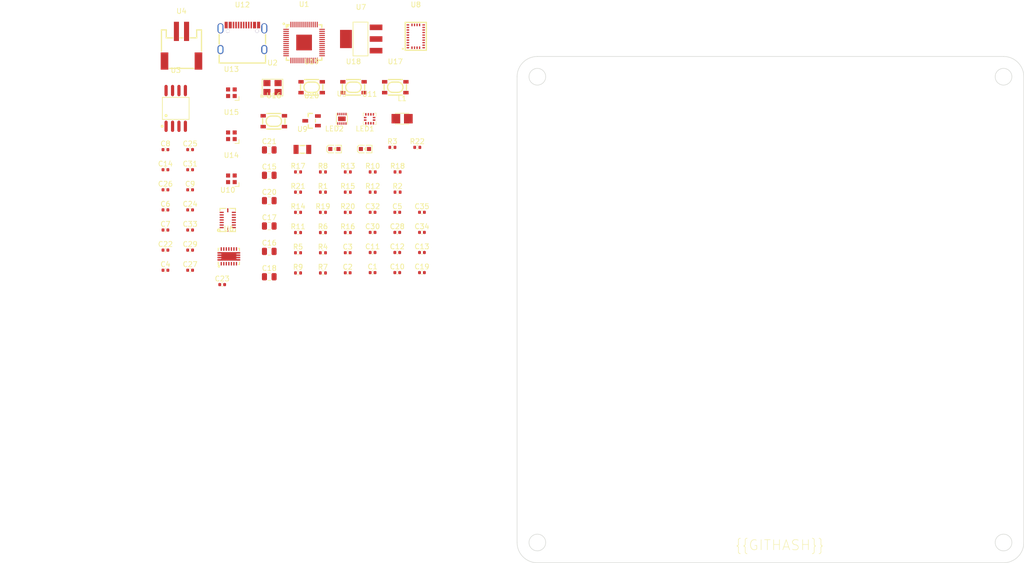
<source format=kicad_pcb>
(kicad_pcb (version 20221018) (generator pcbnew)
  (layers (0 "F.Cu" signal) (31 "B.Cu" signal) (34 "B.Paste" user) (35 "F.Paste" user) (36 "B.SilkS" user "B.Silkscreen") (37 "F.SilkS" user "F.Silkscreen") (38 "B.Mask" user) (39 "F.Mask" user) (44 "Edge.Cuts" user))
  (net 0 "")
  (net 1 "cs")
  (net 2 "io1")
  (net 3 "io2")
  (net 4 "gnd")
  (net 5 "vcc")
  (net 6 "io3")
  (net 7 "sck")
  (net 8 "io0")
  (net 9 "xout")
  (net 10 "out")
  (net 11 "usb_dp")
  (net 12 "dp")
  (net 13 "dm")
  (net 14 "usb_dm")
  (net 15 "run")
  (net 16 "com3")
  (net 17 "ps0")
  (net 18 "ps1")
  (net 19 "xin")
  (net 20 "vina")
  (net 21 "vcc-10")
  (net 22 "vcc-11")
  (net 23 "vcc-15")
  (net 24 "tx")
  (net 25 "rx")
  (net 26 "gpio6")
  (net 27 "gpio7")
  (net 28 "miso")
  (net 29 "gpio9")
  (net 30 "sck-1")
  (net 31 "mosi")
  (net 32 "gpio12")
  (net 33 "gpio13")
  (net 34 "gpio14")
  (net 35 "gpio15")
  (net 36 "vcc-1")
  (net 37 "swclk")
  (net 38 "swdio")
  (net 39 "gpio16")
  (net 40 "gpio17")
  (net 41 "gpio18")
  (net 42 "gpio19")
  (net 43 "sda")
  (net 44 "scl")
  (net 45 "gpio22")
  (net 46 "gpio23")
  (net 47 "gpio24")
  (net 48 "gpio25")
  (net 49 "gpio26_a0")
  (net 50 "gpio27_a1")
  (net 51 "gpio28_a2")
  (net 52 "gpio29_a3")
  (net 53 "pin1")
  (net 54 "pin7")
  (net 55 "pin8")
  (net 56 "cap")
  (net 57 "nreset")
  (net 58 "pin12")
  (net 59 "pin13")
  (net 60 "int")
  (net 61 "pin21")
  (net 62 "pin22")
  (net 63 "pin23")
  (net 64 "pin24")
  (net 65 "xout32")
  (net 66 "xin32")
  (net 67 "out-1")
  (net 68 "vcc-4")
  (net 69 "vcc-3")
  (net 70 "pg")
  (net 71 "l2")
  (net 72 "l1")
  (net 73 "vcc-16")
  (net 74 "vcc-2")
  (net 75 "iset")
  (net 76 "preterm")
  (net 77 "gnd-6")
  (net 78 "ts")
  (net 79 "gnd-5")
  (net 80 "nc")
  (net 81 "sub2")
  (net 82 "cathode")
  (net 83 "cathode-1")
  (net 84 "cc1")
  (net 85 "vcc-17")
  (net 86 "vcc-18")
  (net 87 "cc2")
  (net 88 "sub1")
  (net 89 "miso-1")
  (net 90 "vcc-5")
  (net 91 "vcc-14")
  (net 92 "vcc-6")
  (net 93 "vcc-13")
  (net 94 "vcc-7")
  (net 95 "vcc-12")
  (net 96 "int1")
  (net 97 "sdo2")
  (net 98 "csb1")
  (net 99 "int4")
  (net 100 "int3")
  (net 101 "csb2")
  (net 102 "int2")
  (net 103 "drdy")
  (net 104 "c1")
  (footprint "lib:R0402" (layer "F.Cu") (at 73.62 78.09)
    (fp_text reference "R12" (at 0 -1.17) (layer "F.SilkS"))
    (fp_text value "62.5mW Thick Film Resistors ±100ppm/℃ ±1% 10kΩ 0402  Chip Resistor - Surface Mount ROHS")
    (pad "1" smd roundrect (at -0.51 0) (size 0.54 0.64) (layers "F.Cu" "F.Paste" "F.Mask") (net 16 "com3"))
    (pad "2" smd roundrect (at 0.51 0) (size 0.54 0.64) (layers "F.Cu" "F.Paste" "F.Mask") (net 4 "gnd"))
  )
  (footprint "lib:R0402" (layer "F.Cu") (at 63.8 78.09)
    (fp_text reference "R1" (at 0 -1.17) (layer "F.SilkS"))
    (fp_text value "62.5mW Thick Film Resistors ±100ppm/℃ ±1% 1kΩ 0402  Chip Resistor - Surface Mount ROHS")
    (pad "1" smd roundrect (at -0.51 0) (size 0.54 0.64) (layers "F.Cu" "F.Paste" "F.Mask") (net 9 "xout"))
    (pad "2" smd roundrect (at 0.51 0) (size 0.54 0.64) (layers "F.Cu" "F.Paste" "F.Mask") (net 10 "out"))
  )
  (footprint "lib:USB-C-SMD_KH-TYPE-C-16P" (layer "F.Cu") (at 47.905 47.505)
    (fp_text reference "U12" (at 0 -6.42) (layer "F.SilkS"))
    (fp_text value "")
    (pad "" thru_hole circle (at -2.89 -1.23) (size 0.7 0.7) (drill 0.7) (layers "*.Cu" "*.Mask"))
    (pad "" thru_hole circle (at 2.89 -1.23) (size 0.7 0.7) (drill 0.7) (layers "*.Cu" "*.Mask"))
    (pad "1" thru_hole oval (at -4.32 -1.77) (size 1.2 2) (drill oval 0.700024 1.699997) (layers "*.Cu" "*.Mask") (net 4 "gnd"))
    (pad "2" thru_hole oval (at 4.32 -1.77) (size 1.2 2) (drill oval 0.700024 1.699997) (layers "*.Cu" "*.Mask") (net 4 "gnd"))
    (pad "3" thru_hole oval (at -4.32 2.42) (size 1.2 1.8) (drill oval 0.700024 1.399997) (layers "*.Cu" "*.Mask") (net 4 "gnd"))
    (pad "4" thru_hole oval (at 4.32 2.42) (size 1.2 1.8) (drill oval 0.700024 1.399997) (layers "*.Cu" "*.Mask") (net 4 "gnd"))
    (pad "A1" smd rect (at -3.35 -2.42) (size 0.3 1.3) (layers "F.Cu" "F.Paste" "F.Mask") (net 4 "gnd"))
    (pad "A4" smd rect (at -2.55 -2.42) (size 0.3 1.3) (layers "F.Cu" "F.Paste" "F.Mask") (net 92 "vcc-6"))
    (pad "A5" smd rect (at -1.25 -2.42) (size 0.3 1.3) (layers "F.Cu" "F.Paste" "F.Mask") (net 84 "cc1"))
    (pad "A6" smd rect (at -0.25 -2.42) (size 0.3 1.3) (layers "F.Cu" "F.Paste" "F.Mask") (net 12 "dp"))
    (pad "A7" smd rect (at 0.25 -2.42) (size 0.3 1.3) (layers "F.Cu" "F.Paste" "F.Mask") (net 13 "dm"))
    (pad "A8" smd rect (at 1.25 -2.42) (size 0.3 1.3) (layers "F.Cu" "F.Paste" "F.Mask") (net 88 "sub1"))
    (pad "A9" smd rect (at 2.55 -2.41) (size 0.3 1.3) (layers "F.Cu" "F.Paste" "F.Mask") (net 92 "vcc-6"))
    (pad "A12" smd rect (at 3.35 -2.42) (size 0.3 1.3) (layers "F.Cu" "F.Paste" "F.Mask") (net 4 "gnd"))
    (pad "B1" smd rect (at 3.05 -2.42) (size 0.3 1.3) (layers "F.Cu" "F.Paste" "F.Mask") (net 4 "gnd"))
    (pad "B4" smd rect (at 2.25 -2.41) (size 0.3 1.3) (layers "F.Cu" "F.Paste" "F.Mask") (net 92 "vcc-6"))
    (pad "B5" smd rect (at 1.75 -2.42) (size 0.3 1.3) (layers "F.Cu" "F.Paste" "F.Mask") (net 87 "cc2"))
    (pad "B6" smd rect (at 0.75 -2.42) (size 0.3 1.3) (layers "F.Cu" "F.Paste" "F.Mask") (net 12 "dp"))
    (pad "B7" smd rect (at -0.75 -2.42) (size 0.3 1.3) (layers "F.Cu" "F.Paste" "F.Mask") (net 13 "dm"))
    (pad "B8" smd rect (at -1.75 -2.42) (size 0.3 1.3) (layers "F.Cu" "F.Paste" "F.Mask") (net 81 "sub2"))
    (pad "B9" smd rect (at -2.25 -2.42) (size 0.3 1.3) (layers "F.Cu" "F.Paste" "F.Mask") (net 92 "vcc-6"))
    (pad "B12" smd rect (at -3.05 -2.42) (size 0.3 1.3) (layers "F.Cu" "F.Paste" "F.Mask") (net 4 "gnd"))
  )
  (footprint "lib:C0402" (layer "F.Cu") (at 32.72 69.69)
    (fp_text reference "C8" (at 0 -1.16) (layer "F.SilkS"))
    (fp_text value "25V 1uF X5R ±10% 0402  Multilayer Ceramic Capacitors MLCC - SMD/SMT ROHS")
    (pad "1" smd roundrect (at -0.48 0) (size 0.56 0.62) (layers "F.Cu" "F.Paste" "F.Mask") (net 5 "vcc"))
    (pad "2" smd roundrect (at 0.48 0) (size 0.56 0.62) (layers "F.Cu" "F.Paste" "F.Mask") (net 4 "gnd"))
  )
  (footprint "lib:C0402" (layer "F.Cu") (at 32.72 77.63)
    (fp_text reference "C26" (at 0 -1.16) (layer "F.SilkS"))
    (fp_text value "50V 22pF C0G ±5% 0402  Multilayer Ceramic Capacitors MLCC - SMD/SMT ROHS")
    (pad "1" smd roundrect (at -0.48 0) (size 0.56 0.62) (layers "F.Cu" "F.Paste" "F.Mask") (net 65 "xout32"))
    (pad "2" smd roundrect (at 0.48 0) (size 0.56 0.62) (layers "F.Cu" "F.Paste" "F.Mask") (net 4 "gnd"))
  )
  (footprint "lib:C0402" (layer "F.Cu") (at 32.72 85.57)
    (fp_text reference "C7" (at 0 -1.16) (layer "F.SilkS"))
    (fp_text value "16V 100nF X7R ±10% 0402  Multilayer Ceramic Capacitors MLCC - SMD/SMT ROHS")
    (pad "1" smd roundrect (at -0.48 0) (size 0.56 0.62) (layers "F.Cu" "F.Paste" "F.Mask") (net 5 "vcc"))
    (pad "2" smd roundrect (at 0.48 0) (size 0.56 0.62) (layers "F.Cu" "F.Paste" "F.Mask") (net 4 "gnd"))
  )
  (footprint "lib:LGA-12_L2.0-W2.0-P0.50-BL" (layer "F.Cu") (at 73.015 63.605)
    (fp_text reference "U11" (at 0 -4.88) (layer "F.SilkS"))
    (fp_text value "")
    (pad "1" smd rect (at -0.75 0.88) (size 0.28 0.5) (layers "F.Cu" "F.Paste" "F.Mask") (net 44 "scl"))
    (pad "2" smd rect (at -0.25 0.88) (size 0.28 0.5) (layers "F.Cu" "F.Paste" "F.Mask") (net 4 "gnd"))
    (pad "3" smd rect (at 0.25 0.88) (size 0.28 0.5) (layers "F.Cu" "F.Paste" "F.Mask") (net 4 "gnd"))
    (pad "4" smd rect (at 0.75 0.88) (size 0.28 0.5) (layers "F.Cu" "F.Paste" "F.Mask") (net 104 "c1"))
    (pad "5" smd rect (at 0.88 0.25) (size 0.5 0.28) (layers "F.Cu" "F.Paste" "F.Mask") (net 5 "vcc"))
    (pad "6" smd rect (at 0.88 -0.25) (size 0.5 0.28) (layers "F.Cu" "F.Paste" "F.Mask") (net 5 "vcc"))
    (pad "7" smd rect (at 0.75 -0.88) (size 0.28 0.5) (layers "F.Cu" "F.Paste" "F.Mask") (net 60 "int"))
    (pad "8" smd rect (at 0.25 -0.88) (size 0.28 0.5) (layers "F.Cu" "F.Paste" "F.Mask") (net 103 "drdy"))
    (pad "9" smd rect (at -0.25 -0.88) (size 0.28 0.5) (layers "F.Cu" "F.Paste" "F.Mask") (net 89 "miso-1"))
    (pad "10" smd rect (at -0.75 -0.88) (size 0.28 0.5) (layers "F.Cu" "F.Paste" "F.Mask") (net 5 "vcc"))
    (pad "11" smd rect (at -0.88 -0.25) (size 0.5 0.28) (layers "F.Cu" "F.Paste" "F.Mask") (net 43 "sda"))
    (pad "12" smd rect (at -0.88 0.25) (size 0.5 0.28) (layers "F.Cu" "F.Paste" "F.Mask") (net 4 "gnd"))
  )
  (footprint "lib:FC-135R_L3.2-W1.5" (layer "F.Cu") (at 59.745 69.645)
    (fp_text reference "U9" (at 0 -4) (layer "F.SilkS"))
    (fp_text value "")
    (pad "1" smd rect (at -1.25 0 90) (size 1.8 1) (layers "F.Cu" "F.Paste" "F.Mask") (net 66 "xin32"))
    (pad "2" smd rect (at 1.25 0 90) (size 1.8 1) (layers "F.Cu" "F.Paste" "F.Mask") (net 65 "xout32"))
  )
  (footprint "lib:SOIC-8_L5.3-W5.3-P1.27-LS8.0-BL" (layer "F.Cu") (at 34.755 61.55)
    (fp_text reference "U3" (at 0 -7.53) (layer "F.SilkS"))
    (fp_text value "")
    (pad "1" smd oval (at -1.91 3.53) (size 0.63 2.25) (layers "F.Cu" "F.Paste" "F.Mask") (net 1 "cs"))
    (pad "2" smd oval (at -0.63 3.53) (size 0.63 2.25) (layers "F.Cu" "F.Paste" "F.Mask") (net 2 "io1"))
    (pad "3" smd oval (at 0.63 3.53) (size 0.63 2.25) (layers "F.Cu" "F.Paste" "F.Mask") (net 3 "io2"))
    (pad "4" smd oval (at 1.9 3.53) (size 0.63 2.25) (layers "F.Cu" "F.Paste" "F.Mask") (net 4 "gnd"))
    (pad "5" smd oval (at 1.9 -3.53) (size 0.63 2.25) (layers "F.Cu" "F.Paste" "F.Mask") (net 8 "io0"))
    (pad "6" smd oval (at 0.63 -3.53) (size 0.63 2.25) (layers "F.Cu" "F.Paste" "F.Mask") (net 7 "sck"))
    (pad "7" smd oval (at -0.63 -3.53) (size 0.63 2.25) (layers "F.Cu" "F.Paste" "F.Mask") (net 6 "io3"))
    (pad "8" smd oval (at -1.91 -3.53) (size 0.63 2.25) (layers "F.Cu" "F.Paste" "F.Mask") (net 5 "vcc"))
  )
  (footprint "lib:R0402" (layer "F.Cu") (at 58.89 94.05)
    (fp_text reference "R9" (at 0 -1.17) (layer "F.SilkS"))
    (fp_text value "62.5mW Thick Film Resistors ±100ppm/℃ ±1% 1MΩ 0402  Chip Resistor - Surface Mount ROHS")
    (pad "1" smd roundrect (at -0.51 0) (size 0.54 0.64) (layers "F.Cu" "F.Paste" "F.Mask") (net 21 "vcc-10"))
    (pad "2" smd roundrect (at 0.51 0) (size 0.54 0.64) (layers "F.Cu" "F.Paste" "F.Mask") (net 67 "out-1"))
  )
  (footprint "lib:C0402" (layer "F.Cu") (at 37.59 73.66)
    (fp_text reference "C31" (at 0 -1.16) (layer "F.SilkS"))
    (fp_text value "16V 100nF X7R ±10% 0402  Multilayer Ceramic Capacitors MLCC - SMD/SMT ROHS")
    (pad "1" smd roundrect (at -0.48 0) (size 0.56 0.62) (layers "F.Cu" "F.Paste" "F.Mask") (net 5 "vcc"))
    (pad "2" smd roundrect (at 0.48 0) (size 0.56 0.62) (layers "F.Cu" "F.Paste" "F.Mask") (net 4 "gnd"))
  )
  (footprint "lib:C0402" (layer "F.Cu") (at 73.6 86.04)
    (fp_text reference "C30" (at 0 -1.16) (layer "F.SilkS"))
    (fp_text value "25V 1uF X5R ±10% 0402  Multilayer Ceramic Capacitors MLCC - SMD/SMT ROHS")
    (pad "1" smd roundrect (at -0.48 0) (size 0.56 0.62) (layers "F.Cu" "F.Paste" "F.Mask") (net 5 "vcc"))
    (pad "2" smd roundrect (at 0.48 0) (size 0.56 0.62) (layers "F.Cu" "F.Paste" "F.Mask") (net 4 "gnd"))
  )
  (footprint "lib:C0402" (layer "F.Cu") (at 78.47 93.98)
    (fp_text reference "C10" (at 0 -1.16) (layer "F.SilkS"))
    (fp_text value "16V 100nF X7R ±10% 0402  Multilayer Ceramic Capacitors MLCC - SMD/SMT ROHS")
    (pad "1" smd roundrect (at -0.48 0) (size 0.56 0.62) (layers "F.Cu" "F.Paste" "F.Mask") (net 90 "vcc-5"))
    (pad "2" smd roundrect (at 0.48 0) (size 0.56 0.62) (layers "F.Cu" "F.Paste" "F.Mask") (net 4 "gnd"))
  )
  (footprint "lib:LED0603-RD" (layer "F.Cu") (at 66.06 69.57)
    (fp_text reference "LED2" (at 0 -4) (layer "F.SilkS"))
    (fp_text value "")
    (pad "1" smd rect (at -0.8 0 90) (size 0.8 0.8) (layers "F.Cu" "F.Paste" "F.Mask") (net 83 "cathode-1"))
    (pad "2" smd rect (at 0.8 0 90) (size 0.8 0.8) (layers "F.Cu" "F.Paste" "F.Mask") (net 94 "vcc-7"))
  )
  (footprint "lib:KEY-SMD_4P-L4.2-W3.2-P2.20-LS4.6" (layer "F.Cu") (at 69.83 57.365)
    (fp_text reference "U18" (at 0 -5.07) (layer "F.SilkS"))
    (fp_text value "")
    (pad "1" smd rect (at -2.1 -1.07) (size 1.05 0.7) (layers "F.Cu" "F.Paste" "F.Mask") (net 68 "vcc-4"))
    (pad "2" smd rect (at 2.1 -1.07) (size 1.05 0.7) (layers "F.Cu" "F.Paste" "F.Mask") (net 68 "vcc-4"))
    (pad "3" smd rect (at -2.1 1.07) (size 1.05 0.7) (layers "F.Cu" "F.Paste" "F.Mask") (net 4 "gnd"))
    (pad "4" smd rect (at 2.1 1.07) (size 1.05 0.7) (layers "F.Cu" "F.Paste" "F.Mask") (net 4 "gnd"))
  )
  (footprint "lib:C0402" (layer "F.Cu") (at 83.34 93.98)
    (fp_text reference "C19" (at 0 -1.16) (layer "F.SilkS"))
    (fp_text value "16V 100nF X7R ±10% 0402  Multilayer Ceramic Capacitors MLCC - SMD/SMT ROHS")
    (pad "1" smd roundrect (at -0.48 0) (size 0.56 0.62) (layers "F.Cu" "F.Paste" "F.Mask") (net 20 "vina"))
    (pad "2" smd roundrect (at 0.48 0) (size 0.56 0.62) (layers "F.Cu" "F.Paste" "F.Mask") (net 4 "gnd"))
  )
  (footprint "lib:LED-SMD_4P-L2.0-W2.0-BR" (layer "F.Cu") (at 45.735 58.455)
    (fp_text reference "U13" (at 0 -4.65) (layer "F.SilkS"))
    (fp_text value "")
    (pad "1" smd rect (at 0.65 0.65) (size 0.8 0.8) (layers "F.Cu" "F.Paste" "F.Mask") (net 5 "vcc"))
    (pad "2" smd rect (at 0.65 -0.65) (size 0.8 0.8) (layers "F.Cu" "F.Paste" "F.Mask") (net 95 "vcc-12"))
    (pad "3" smd rect (at -0.65 -0.65) (size 0.8 0.8) (layers "F.Cu" "F.Paste" "F.Mask") (net 4 "gnd"))
    (pad "4" smd rect (at -0.65 0.65) (size 0.8 0.8) (layers "F.Cu" "F.Paste" "F.Mask") (net 25 "rx"))
  )
  (footprint "lib:R0402" (layer "F.Cu") (at 63.8 86.07)
    (fp_text reference "R6" (at 0 -1.17) (layer "F.SilkS"))
    (fp_text value "62.5mW Thick Film Resistors ±100ppm/℃ ±1% 510Ω 0402  Chip Resistor - Surface Mount ROHS")
    (pad "1" smd roundrect (at -0.51 0) (size 0.54 0.64) (layers "F.Cu" "F.Paste" "F.Mask") (net 75 "iset"))
    (pad "2" smd roundrect (at 0.51 0) (size 0.54 0.64) (layers "F.Cu" "F.Paste" "F.Mask") (net 4 "gnd"))
  )
  (footprint "lib:C0402" (layer "F.Cu") (at 73.6 82.07)
    (fp_text reference "C32" (at 0 -1.16) (layer "F.SilkS"))
    (fp_text value "16V 100nF X7R ±10% 0402  Multilayer Ceramic Capacitors MLCC - SMD/SMT ROHS")
    (pad "1" smd roundrect (at -0.48 0) (size 0.56 0.62) (layers "F.Cu" "F.Paste" "F.Mask") (net 5 "vcc"))
    (pad "2" smd roundrect (at 0.48 0) (size 0.56 0.62) (layers "F.Cu" "F.Paste" "F.Mask") (net 4 "gnd"))
  )
  (footprint "lib:C0402" (layer "F.Cu") (at 32.72 89.54)
    (fp_text reference "C22" (at 0 -1.16) (layer "F.SilkS"))
    (fp_text value "16V 100nF X7R ±10% 0402  Multilayer Ceramic Capacitors MLCC - SMD/SMT ROHS")
    (pad "1" smd roundrect (at -0.48 0) (size 0.56 0.62) (layers "F.Cu" "F.Paste" "F.Mask") (net 5 "vcc"))
    (pad "2" smd roundrect (at 0.48 0) (size 0.56 0.62) (layers "F.Cu" "F.Paste" "F.Mask") (net 4 "gnd"))
  )
  (footprint "lib:SOT-23-3_L2.9-W1.3-P1.90-LS2.4-BR-CW" (layer "F.Cu") (at 61.56 64)
    (fp_text reference "U20" (at 0 -4.95) (layer "F.SilkS"))
    (fp_text value "")
    (pad "1" smd rect (at 1.25 0.95) (size 1.15 0.7) (layers "F.Cu" "F.Paste" "F.Mask") (net 5 "vcc"))
    (pad "2" smd rect (at -1.25 0) (size 1.15 0.7) (layers "F.Cu" "F.Paste" "F.Mask") (net 4 "gnd"))
    (pad "3" smd rect (at 1.25 -0.95) (size 1.15 0.7) (layers "F.Cu" "F.Paste" "F.Mask") (net 22 "vcc-11"))
  )
  (footprint "lib:R0402" (layer "F.Cu") (at 63.8 94.05)
    (fp_text reference "R7" (at 0 -1.17) (layer "F.SilkS"))
    (fp_text value "62.5mW Thin Film Resistor ±0.5% ±25ppm/℃ 110Ω 0402  Chip Resistor - Surface Mount ROHS")
    (pad "1" smd roundrect (at -0.51 0) (size 0.54 0.64) (layers "F.Cu" "F.Paste" "F.Mask") (net 82 "cathode"))
    (pad "2" smd roundrect (at 0.51 0) (size 0.54 0.64) (layers "F.Cu" "F.Paste" "F.Mask") (net 79 "gnd-5"))
  )
  (footprint "lib:R0402" (layer "F.Cu") (at 58.89 86.07)
    (fp_text reference "R11" (at 0 -1.17) (layer "F.SilkS"))
    (fp_text value "62.5mW Thick Film Resistors ±100ppm/℃ ±1% 1MΩ 0402  Chip Resistor - Surface Mount ROHS")
    (pad "1" smd roundrect (at -0.51 0) (size 0.54 0.64) (layers "F.Cu" "F.Paste" "F.Mask") (net 70 "pg"))
    (pad "2" smd roundrect (at 0.51 0) (size 0.54 0.64) (layers "F.Cu" "F.Paste" "F.Mask") (net 4 "gnd"))
  )
  (footprint "lib:R0402" (layer "F.Cu") (at 77.51 69.24)
    (fp_text reference "R3" (at 0 -1.17) (layer "F.SilkS"))
    (fp_text value "62.5mW Thick Film Resistors ±100ppm/℃ ±1% 27kΩ 0402  Chip Resistor - Surface Mount ROHS")
    (pad "1" smd roundrect (at -0.51 0) (size 0.54 0.64) (layers "F.Cu" "F.Paste" "F.Mask") (net 13 "dm"))
    (pad "2" smd roundrect (at 0.51 0) (size 0.54 0.64) (layers "F.Cu" "F.Paste" "F.Mask") (net 14 "usb_dm"))
  )
  (footprint "lib:C0402" (layer "F.Cu") (at 37.59 77.63)
    (fp_text reference "C9" (at 0 -1.16) (layer "F.SilkS"))
    (fp_text value "16V 100nF X7R ±10% 0402  Multilayer Ceramic Capacitors MLCC - SMD/SMT ROHS")
    (pad "1" smd roundrect (at -0.48 0) (size 0.56 0.62) (layers "F.Cu" "F.Paste" "F.Mask") (net 90 "vcc-5"))
    (pad "2" smd roundrect (at 0.48 0) (size 0.56 0.62) (layers "F.Cu" "F.Paste" "F.Mask") (net 4 "gnd"))
  )
  (footprint "lib:R0402" (layer "F.Cu") (at 63.8 82.08)
    (fp_text reference "R19" (at 0 -1.17) (layer "F.SilkS"))
    (fp_text value "62.5mW Thick Film Resistors ±100ppm/℃ ±1% 10kΩ 0402  Chip Resistor - Surface Mount ROHS")
    (pad "1" smd roundrect (at -0.51 0) (size 0.54 0.64) (layers "F.Cu" "F.Paste" "F.Mask") (net 73 "vcc-16"))
    (pad "2" smd roundrect (at 0.51 0) (size 0.54 0.64) (layers "F.Cu" "F.Paste" "F.Mask") (net 69 "vcc-3"))
  )
  (footprint "lib:C0402" (layer "F.Cu") (at 43.92 96.35)
    (fp_text reference "C23" (at 0 -1.16) (layer "F.SilkS"))
    (fp_text value "25V 1uF X5R ±10% 0402  Multilayer Ceramic Capacitors MLCC - SMD/SMT ROHS")
    (pad "1" smd roundrect (at -0.48 0) (size 0.56 0.62) (layers "F.Cu" "F.Paste" "F.Mask") (net 5 "vcc"))
    (pad "2" smd roundrect (at 0.48 0) (size 0.56 0.62) (layers "F.Cu" "F.Paste" "F.Mask") (net 4 "gnd"))
  )
  (footprint "lib:LQFN-56_L7.0-W7.0-P0.4-EP" (layer "F.Cu") (at 60.08 48.535)
    (fp_text reference "U1" (at 0 -7.55) (layer "F.SilkS"))
    (fp_text value "")
    (pad "1" smd rect (at -3.55 -2.6) (size 1.1 0.2) (layers "F.Cu" "F.Paste" "F.Mask") (net 5 "vcc"))
    (pad "2" smd rect (at -3.55 -2.2) (size 1.1 0.2) (layers "F.Cu" "F.Paste" "F.Mask") (net 36 "vcc-1"))
    (pad "3" smd rect (at -3.55 -1.8) (size 1.1 0.2) (layers "F.Cu" "F.Paste" "F.Mask") (net 74 "vcc-2"))
    (pad "4" smd rect (at -3.55 -1.4) (size 1.1 0.2) (layers "F.Cu" "F.Paste" "F.Mask") (net 69 "vcc-3"))
    (pad "5" smd rect (at -3.55 -1) (size 1.1 0.2) (layers "F.Cu" "F.Paste" "F.Mask") (net 68 "vcc-4"))
    (pad "6" smd rect (at -3.55 -0.6) (size 1.1 0.2) (layers "F.Cu" "F.Paste" "F.Mask") (net 24 "tx"))
    (pad "7" smd rect (at -3.55 -0.2) (size 1.1 0.2) (layers "F.Cu" "F.Paste" "F.Mask") (net 25 "rx"))
    (pad "8" smd rect (at -3.55 0.2) (size 1.1 0.2) (layers "F.Cu" "F.Paste" "F.Mask") (net 26 "gpio6"))
    (pad "9" smd rect (at -3.55 0.6) (size 1.1 0.2) (layers "F.Cu" "F.Paste" "F.Mask") (net 27 "gpio7"))
    (pad "10" smd rect (at -3.55 1) (size 1.1 0.2) (layers "F.Cu" "F.Paste" "F.Mask") (net 5 "vcc"))
    (pad "11" smd rect (at -3.55 1.4) (size 1.1 0.2) (layers "F.Cu" "F.Paste" "F.Mask") (net 28 "miso"))
    (pad "12" smd rect (at -3.55 1.8) (size 1.1 0.2) (layers "F.Cu" "F.Paste" "F.Mask") (net 29 "gpio9"))
    (pad "13" smd rect (at -3.55 2.2) (size 1.1 0.2) (layers "F.Cu" "F.Paste" "F.Mask") (net 30 "sck-1"))
    (pad "14" smd rect (at -3.55 2.6) (size 1.1 0.2) (layers "F.Cu" "F.Paste" "F.Mask") (net 31 "mosi"))
    (pad "15" smd rect (at -2.6 3.55 90) (size 1.1 0.2) (layers "F.Cu" "F.Paste" "F.Mask") (net 32 "gpio12"))
    (pad "16" smd rect (at -2.2 3.55 90) (size 1.1 0.2) (layers "F.Cu" "F.Paste" "F.Mask") (net 33 "gpio13"))
    (pad "17" smd rect (at -1.8 3.55 90) (size 1.1 0.2) (layers "F.Cu" "F.Paste" "F.Mask") (net 34 "gpio14"))
    (pad "18" smd rect (at -1.4 3.55 90) (size 1.1 0.2) (layers "F.Cu" "F.Paste" "F.Mask") (net 35 "gpio15"))
    (pad "19" smd rect (at -1 3.55 90) (size 1.1 0.2) (layers "F.Cu" "F.Paste" "F.Mask") (net 4 "gnd"))
    (pad "20" smd rect (at -0.6 3.55 90) (size 1.1 0.2) (layers "F.Cu" "F.Paste" "F.Mask") (net 19 "xin"))
    (pad "21" smd rect (at -0.2 3.55 90) (size 1.1 0.2) (layers "F.Cu" "F.Paste" "F.Mask") (net 9 "xout"))
    (pad "22" smd rect (at 0.2 3.55 90) (size 1.1 0.2) (layers "F.Cu" "F.Paste" "F.Mask") (net 5 "vcc"))
    (pad "23" smd rect (at 0.6 3.55 90) (size 1.1 0.2) (layers "F.Cu" "F.Paste" "F.Mask") (net 90 "vcc-5"))
    (pad "24" smd rect (at 1 3.55 90) (size 1.1 0.2) (layers "F.Cu" "F.Paste" "F.Mask") (net 37 "swclk"))
    (pad "25" smd rect (at 1.4 3.55 90) (size 1.1 0.2) (layers "F.Cu" "F.Paste" "F.Mask") (net 38 "swdio"))
    (pad "26" smd rect (at 1.8 3.55 90) (size 1.1 0.2) (layers "F.Cu" "F.Paste" "F.Mask") (net 15 "run"))
    (pad "27" smd rect (at 2.2 3.55 90) (size 1.1 0.2) (layers "F.Cu" "F.Paste" "F.Mask") (net 39 "gpio16"))
    (pad "28" smd rect (at 2.6 3.55 90) (size 1.1 0.2) (layers "F.Cu" "F.Paste" "F.Mask") (net 40 "gpio17"))
    (pad "29" smd rect (at 3.55 2.6 180) (size 1.1 0.2) (layers "F.Cu" "F.Paste" "F.Mask") (net 41 "gpio18"))
    (pad "30" smd rect (at 3.55 2.2 180) (size 1.1 0.2) (layers "F.Cu" "F.Paste" "F.Mask") (net 42 "gpio19"))
    (pad "31" smd rect (at 3.55 1.8 180) (size 1.1 0.2) (layers "F.Cu" "F.Paste" "F.Mask") (net 43 "sda"))
    (pad "32" smd rect (at 3.55 1.4 180) (size 1.1 0.2) (layers "F.Cu" "F.Paste" "F.Mask") (net 44 "scl"))
    (pad "33" smd rect (at 3.55 1 180) (size 1.1 0.2) (layers "F.Cu" "F.Paste" "F.Mask") (net 5 "vcc"))
    (pad "34" smd rect (at 3.55 0.6 180) (size 1.1 0.2) (layers "F.Cu" "F.Paste" "F.Mask") (net 45 "gpio22"))
    (pad "35" smd rect (at 3.55 0.2 180) (size 1.1 0.2) (layers "F.Cu" "F.Paste" "F.Mask") (net 46 "gpio23"))
    (pad "36" smd rect (at 3.55 -0.2 180) (size 1.1 0.2) (layers "F.Cu" "F.Paste" "F.Mask") (net 47 "gpio24"))
    (pad "37" smd rect (at 3.55 -0.6 180) (size 1.1 0.2) (layers "F.Cu" "F.Paste" "F.Mask") (net 48 "gpio25"))
    (pad "38" smd rect (at 3.55 -1 180) (size 1.1 0.2) (layers "F.Cu" "F.Paste" "F.Mask") (net 49 "gpio26_a0"))
    (pad "39" smd rect (at 3.55 -1.4 180) (size 1.1 0.2) (layers "F.Cu" "F.Paste" "F.Mask") (net 50 "gpio27_a1"))
    (pad "40" smd rect (at 3.55 -1.8 180) (size 1.1 0.2) (layers "F.Cu" "F.Paste" "F.Mask") (net 51 "gpio28_a2"))
    (pad "41" smd rect (at 3.55 -2.2 180) (size 1.1 0.2) (layers "F.Cu" "F.Paste" "F.Mask") (net 52 "gpio29_a3"))
    (pad "42" smd rect (at 3.55 -2.6 180) (size 1.1 0.2) (layers "F.Cu" "F.Paste" "F.Mask") (net 5 "vcc"))
    (pad "43" smd rect (at 2.6 -3.55 270) (size 1.1 0.2) (layers "F.Cu" "F.Paste" "F.Mask") (net 5 "vcc"))
    (pad "44" smd rect (at 2.2 -3.55 270) (size 1.1 0.2) (layers "F.Cu" "F.Paste" "F.Mask") (net 5 "vcc"))
    (pad "45" smd rect (at 1.8 -3.55 270) (size 1.1 0.2) (layers "F.Cu" "F.Paste" "F.Mask") (net 90 "vcc-5"))
    (pad "46" smd rect (at 1.4 -3.55 270) (size 1.1 0.2) (layers "F.Cu" "F.Paste" "F.Mask") (net 14 "usb_dm"))
    (pad "47" smd rect (at 1 -3.55 270) (size 1.1 0.2) (layers "F.Cu" "F.Paste" "F.Mask") (net 11 "usb_dp"))
    (pad "48" smd rect (at 0.6 -3.55 270) (size 1.1 0.2) (layers "F.Cu" "F.Paste" "F.Mask") (net 5 "vcc"))
    (pad "49" smd rect (at 0.2 -3.55 270) (size 1.1 0.2) (layers "F.Cu" "F.Paste" "F.Mask") (net 5 "vcc"))
    (pad "50" smd rect (at -0.2 -3.55 270) (size 1.1 0.2) (layers "F.Cu" "F.Paste" "F.Mask") (net 90 "vcc-5"))
    (pad "51" smd rect (at -0.6 -3.55 270) (size 1.1 0.2) (layers "F.Cu" "F.Paste" "F.Mask") (net 6 "io3"))
    (pad "52" smd rect (at -1 -3.55 270) (size 1.1 0.2) (layers "F.Cu" "F.Paste" "F.Mask") (net 7 "sck"))
    (pad "53" smd rect (at -1.4 -3.55 270) (size 1.1 0.2) (layers "F.Cu" "F.Paste" "F.Mask") (net 8 "io0"))
    (pad "54" smd rect (at -1.8 -3.55 270) (size 1.1 0.2) (layers "F.Cu" "F.Paste" "F.Mask") (net 3 "io2"))
    (pad "55" smd rect (at -2.2 -3.55 270) (size 1.1 0.2) (layers "F.Cu" "F.Paste" "F.Mask") (net 2 "io1"))
    (pad "56" smd rect (at -2.6 -3.55 270) (size 1.1 0.2) (layers "F.Cu" "F.Paste" "F.Mask") (net 1 "cs"))
    (pad "57" smd rect (at 0 0) (size 3.1 3.1) (layers "F.Cu" "F.Paste" "F.Mask") (net 4 "gnd"))
  )
  (footprint "lib:R0402" (layer "F.Cu") (at 58.89 90.06)
    (fp_text reference "R5" (at 0 -1.17) (layer "F.SilkS"))
    (fp_text value "62.5mW Thick Film Resistors ±100ppm/℃ ±1% 10kΩ 0402  Chip Resistor - Surface Mount ROHS")
    (pad "1" smd roundrect (at -0.51 0) (size 0.54 0.64) (layers "F.Cu" "F.Paste" "F.Mask") (net 5 "vcc"))
    (pad "2" smd roundrect (at 0.51 0) (size 0.54 0.64) (layers "F.Cu" "F.Paste" "F.Mask") (net 1 "cs"))
  )
  (footprint "lib:C0805" (layer "F.Cu") (at 53.21 84.78)
    (fp_text reference "C17" (at 0 -1.68) (layer "F.SilkS"))
    (fp_text value "25V 10uF X5R ±10% 0805  Multilayer Ceramic Capacitors MLCC - SMD/SMT ROHS")
    (pad "1" smd roundrect (at -0.95 0) (size 1 1.45) (layers "F.Cu" "F.Paste" "F.Mask") (net 21 "vcc-10"))
    (pad "2" smd roundrect (at 0.95 0) (size 1 1.45) (layers "F.Cu" "F.Paste" "F.Mask") (net 4 "gnd"))
  )
  (footprint "lib:R0402" (layer "F.Cu") (at 68.71 74.1)
    (fp_text reference "R13" (at 0 -1.17) (layer "F.SilkS"))
    (fp_text value "62.5mW Thick Film Resistors ±100ppm/℃ ±1% 10kΩ 0402  Chip Resistor - Surface Mount ROHS")
    (pad "1" smd roundrect (at -0.51 0) (size 0.54 0.64) (layers "F.Cu" "F.Paste" "F.Mask") (net 17 "ps0"))
    (pad "2" smd roundrect (at 0.51 0) (size 0.54 0.64) (layers "F.Cu" "F.Paste" "F.Mask") (net 4 "gnd"))
  )
  (footprint "lib:C0805" (layer "F.Cu") (at 53.21 89.79)
    (fp_text reference "C16" (at 0 -1.68) (layer "F.SilkS"))
    (fp_text value "25V 10uF X5R ±10% 0805  Multilayer Ceramic Capacitors MLCC - SMD/SMT ROHS")
    (pad "1" smd roundrect (at -0.95 0) (size 1 1.45) (layers "F.Cu" "F.Paste" "F.Mask") (net 94 "vcc-7"))
    (pad "2" smd roundrect (at 0.95 0) (size 1 1.45) (layers "F.Cu" "F.Paste" "F.Mask") (net 4 "gnd"))
  )
  (footprint "lib:C0402" (layer "F.Cu") (at 78.47 90.01)
    (fp_text reference "C12" (at 0 -1.16) (layer "F.SilkS"))
    (fp_text value "25V 1uF X5R ±10% 0402  Multilayer Ceramic Capacitors MLCC - SMD/SMT ROHS")
    (pad "1" smd roundrect (at -0.48 0) (size 0.56 0.62) (layers "F.Cu" "F.Paste" "F.Mask") (net 90 "vcc-5"))
    (pad "2" smd roundrect (at 0.48 0) (size 0.56 0.62) (layers "F.Cu" "F.Paste" "F.Mask") (net 4 "gnd"))
  )
  (footprint "lib:R0402" (layer "F.Cu") (at 68.71 82.08)
    (fp_text reference "R20" (at 0 -1.17) (layer "F.SilkS"))
    (fp_text value "62.5mW Thick Film Resistors ±100ppm/℃ ±1% 10kΩ 0402  Chip Resistor - Surface Mount ROHS")
    (pad "1" smd roundrect (at -0.51 0) (size 0.54 0.64) (layers "F.Cu" "F.Paste" "F.Mask") (net 85 "vcc-17"))
    (pad "2" smd roundrect (at 0.51 0) (size 0.54 0.64) (layers "F.Cu" "F.Paste" "F.Mask") (net 68 "vcc-4"))
  )
  (footprint "lib:KEY-SMD_4P-L4.2-W3.2-P2.20-LS4.6" (layer "F.Cu") (at 61.58 57.365)
    (fp_text reference "U19" (at 0 -5.07) (layer "F.SilkS"))
    (fp_text value "")
    (pad "1" smd rect (at -2.1 -1.07) (size 1.05 0.7) (layers "F.Cu" "F.Paste" "F.Mask") (net 24 "tx"))
    (pad "2" smd rect (at 2.1 -1.07) (size 1.05 0.7) (layers "F.Cu" "F.Paste" "F.Mask") (net 24 "tx"))
    (pad "3" smd rect (at -2.1 1.07) (size 1.05 0.7) (layers "F.Cu" "F.Paste" "F.Mask") (net 4 "gnd"))
    (pad "4" smd rect (at 2.1 1.07) (size 1.05 0.7) (layers "F.Cu" "F.Paste" "F.Mask") (net 4 "gnd"))
  )
  (footprint "lib:C0402" (layer "F.Cu") (at 78.47 82.07)
    (fp_text reference "C5" (at 0 -1.16) (layer "F.SilkS"))
    (fp_text value "16V 100nF X7R ±10% 0402  Multilayer Ceramic Capacitors MLCC - SMD/SMT ROHS")
    (pad "1" smd roundrect (at -0.48 0) (size 0.56 0.62) (layers "F.Cu" "F.Paste" "F.Mask") (net 5 "vcc"))
    (pad "2" smd roundrect (at 0.48 0) (size 0.56 0.62) (layers "F.Cu" "F.Paste" "F.Mask") (net 4 "gnd"))
  )
  (footprint "lib:C0805" (layer "F.Cu") (at 53.21 74.76)
    (fp_text reference "C15" (at 0 -1.68) (layer "F.SilkS"))
    (fp_text value "25V 10uF X5R ±10% 0805  Multilayer Ceramic Capacitors MLCC - SMD/SMT ROHS")
    (pad "1" smd roundrect (at -0.95 0) (size 1 1.45) (layers "F.Cu" "F.Paste" "F.Mask") (net 94 "vcc-7"))
    (pad "2" smd roundrect (at 0.95 0) (size 1 1.45) (layers "F.Cu" "F.Paste" "F.Mask") (net 4 "gnd"))
  )
  (footprint "lib:C0402" (layer "F.Cu") (at 68.69 94.02)
    (fp_text reference "C2" (at 0 -1.16) (layer "F.SilkS"))
    (fp_text value "50V 20pF C0G ±5% 0402  Multilayer Ceramic Capacitors MLCC - SMD/SMT ROHS")
    (pad "1" smd roundrect (at -0.48 0) (size 0.56 0.62) (layers "F.Cu" "F.Paste" "F.Mask") (net 10 "out"))
    (pad "2" smd roundrect (at 0.48 0) (size 0.56 0.62) (layers "F.Cu" "F.Paste" "F.Mask") (net 4 "gnd"))
  )
  (footprint "lib:LGA-16_L4.5-W3.0-P0.50-BL" (layer "F.Cu") (at 45.02 83.585)
    (fp_text reference "U10" (at 0 -5.91) (layer "F.SilkS"))
    (fp_text value "")
    (pad "1" smd rect (at -1.2 1.5 90) (size 0.25 0.8) (layers "F.Cu" "F.Paste" "F.Mask") (net 102 "int2"))
    (pad "2" smd rect (at -1.2 1 90) (size 0.25 0.8) (layers "F.Cu" "F.Paste" "F.Mask") (net 4 "gnd"))
    (pad "3" smd rect (at -1.2 0.5 90) (size 0.25 0.8) (layers "F.Cu" "F.Paste" "F.Mask") (net 5 "vcc"))
    (pad "4" smd rect (at -1.2 0 90) (size 0.25 0.8) (layers "F.Cu" "F.Paste" "F.Mask") (net 4 "gnd"))
    (pad "5" smd rect (at -1.2 -0.5 90) (size 0.25 0.8) (layers "F.Cu" "F.Paste" "F.Mask") (net 101 "csb2"))
    (pad "6" smd rect (at -1.2 -1 90) (size 0.25 0.8) (layers "F.Cu" "F.Paste" "F.Mask") (net 4 "gnd"))
    (pad "7" smd rect (at -1.2 -1.5 90) (size 0.25 0.8) (layers "F.Cu" "F.Paste" "F.Mask") (net 5 "vcc"))
    (pad "8" smd rect (at 0 -1.91 180) (size 0.25 0.8) (layers "F.Cu" "F.Paste" "F.Mask") (net 44 "scl"))
    (pad "9" smd rect (at 1.2 -1.5 270) (size 0.25 0.8) (layers "F.Cu" "F.Paste" "F.Mask") (net 43 "sda"))
    (pad "10" smd rect (at 1.2 -1 270) (size 0.25 0.8) (layers "F.Cu" "F.Paste" "F.Mask") (net 97 "sdo2"))
    (pad "11" smd rect (at 1.2 -0.5 270) (size 0.25 0.8) (layers "F.Cu" "F.Paste" "F.Mask") (net 5 "vcc"))
    (pad "12" smd rect (at 1.2 0 270) (size 0.25 0.8) (layers "F.Cu" "F.Paste" "F.Mask") (net 100 "int3"))
    (pad "13" smd rect (at 1.2 0.5 270) (size 0.25 0.8) (layers "F.Cu" "F.Paste" "F.Mask") (net 99 "int4"))
    (pad "14" smd rect (at 1.2 1 270) (size 0.25 0.8) (layers "F.Cu" "F.Paste" "F.Mask") (net 98 "csb1"))
    (pad "15" smd rect (at 1.2 1.5 270) (size 0.25 0.8) (layers "F.Cu" "F.Paste" "F.Mask") (net 97 "sdo2"))
    (pad "16" smd rect (at 0 1.91) (size 0.25 0.8) (layers "F.Cu" "F.Paste" "F.Mask") (net 96 "int1"))
  )
  (footprint "lib:C0402" (layer "F.Cu") (at 83.34 82.07)
    (fp_text reference "C35" (at 0 -1.16) (layer "F.SilkS"))
    (fp_text value "16V 100nF X7R ±10% 0402  Multilayer Ceramic Capacitors MLCC - SMD/SMT ROHS")
    (pad "1" smd roundrect (at -0.48 0) (size 0.56 0.62) (layers "F.Cu" "F.Paste" "F.Mask") (net 5 "vcc"))
    (pad "2" smd roundrect (at 0.48 0) (size 0.56 0.62) (layers "F.Cu" "F.Paste" "F.Mask") (net 4 "gnd"))
  )
  (footprint "lib:C0402" (layer "F.Cu") (at 78.47 86.04)
    (fp_text reference "C28" (at 0 -1.16) (layer "F.SilkS"))
    (fp_text value "16V 100nF X7R ±10% 0402  Multilayer Ceramic Capacitors MLCC - SMD/SMT ROHS")
    (pad "1" smd roundrect (at -0.48 0) (size 0.56 0.62) (layers "F.Cu" "F.Paste" "F.Mask") (net 5 "vcc"))
    (pad "2" smd roundrect (at 0.48 0) (size 0.56 0.62) (layers "F.Cu" "F.Paste" "F.Mask") (net 4 "gnd"))
  )
  (footprint "lib:C0402" (layer "F.Cu") (at 32.72 93.51)
    (fp_text reference "C4" (at 0 -1.16) (layer "F.SilkS"))
    (fp_text value "16V 100nF X7R ±10% 0402  Multilayer Ceramic Capacitors MLCC - SMD/SMT ROHS")
    (pad "1" smd roundrect (at -0.48 0) (size 0.56 0.62) (layers "F.Cu" "F.Paste" "F.Mask") (net 5 "vcc"))
    (pad "2" smd roundrect (at 0.48 0) (size 0.56 0.62) (layers "F.Cu" "F.Paste" "F.Mask") (net 4 "gnd"))
  )
  (footprint "lib:LED-SMD_4P-L2.0-W2.0-BR" (layer "F.Cu") (at 45.735 66.955)
    (fp_text reference "U15" (at 0 -4.65) (layer "F.SilkS"))
    (fp_text value "")
    (pad "1" smd rect (at 0.65 0.65) (size 0.8 0.8) (layers "F.Cu" "F.Paste" "F.Mask") (net 5 "vcc"))
    (pad "2" smd rect (at 0.65 -0.65) (size 0.8 0.8) (layers "F.Cu" "F.Paste" "F.Mask") (net 91 "vcc-14"))
    (pad "3" smd rect (at -0.65 -0.65) (size 0.8 0.8) (layers "F.Cu" "F.Paste" "F.Mask") (net 4 "gnd"))
    (pad "4" smd rect (at -0.65 0.65) (size 0.8 0.8) (layers "F.Cu" "F.Paste" "F.Mask") (net 93 "vcc-13"))
  )
  (footprint "lib:C0805" (layer "F.Cu") (at 53.21 79.77)
    (fp_text reference "C20" (at 0 -1.68) (layer "F.SilkS"))
    (fp_text value "25V 10uF X5R ±10% 0805  Multilayer Ceramic Capacitors MLCC - SMD/SMT ROHS")
    (pad "1" smd roundrect (at -0.95 0) (size 1 1.45) (layers "F.Cu" "F.Paste" "F.Mask") (net 21 "vcc-10"))
    (pad "2" smd roundrect (at 0.95 0) (size 1 1.45) (layers "F.Cu" "F.Paste" "F.Mask") (net 4 "gnd"))
  )
  (footprint "lib:KEY-SMD_4P-L4.2-W3.2-P2.20-LS4.6" (layer "F.Cu") (at 54.11 64.075)
    (fp_text reference "U16" (at 0 -5.07) (layer "F.SilkS"))
    (fp_text value "")
    (pad "1" smd rect (at -2.1 -1.07) (size 1.05 0.7) (layers "F.Cu" "F.Paste" "F.Mask") (net 74 "vcc-2"))
    (pad "2" smd rect (at 2.1 -1.07) (size 1.05 0.7) (layers "F.Cu" "F.Paste" "F.Mask") (net 74 "vcc-2"))
    (pad "3" smd rect (at -2.1 1.07) (size 1.05 0.7) (layers "F.Cu" "F.Paste" "F.Mask") (net 4 "gnd"))
    (pad "4" smd rect (at 2.1 1.07) (size 1.05 0.7) (layers "F.Cu" "F.Paste" "F.Mask") (net 4 "gnd"))
  )
  (footprint "lib:C0402" (layer "F.Cu") (at 83.34 86.04)
    (fp_text reference "C34" (at 0 -1.16) (layer "F.SilkS"))
    (fp_text value "16V 100nF X7R ±10% 0402  Multilayer Ceramic Capacitors MLCC - SMD/SMT ROHS")
    (pad "1" smd roundrect (at -0.48 0) (size 0.56 0.62) (layers "F.Cu" "F.Paste" "F.Mask") (net 5 "vcc"))
    (pad "2" smd roundrect (at 0.48 0) (size 0.56 0.62) (layers "F.Cu" "F.Paste" "F.Mask") (net 4 "gnd"))
  )
  (footprint "lib:LED-SMD_4P-L2.0-W2.0-BR" (layer "F.Cu") (at 45.735 75.455)
    (fp_text reference "U14" (at 0 -4.65) (layer "F.SilkS"))
    (fp_text value "")
    (pad "1" smd rect (at 0.65 0.65) (size 0.8 0.8) (layers "F.Cu" "F.Paste" "F.Mask") (net 5 "vcc"))
    (pad "2" smd rect (at 0.65 -0.65) (size 0.8 0.8) (layers "F.Cu" "F.Paste" "F.Mask") (net 93 "vcc-13"))
    (pad "3" smd rect (at -0.65 -0.65) (size 0.8 0.8) (layers "F.Cu" "F.Paste" "F.Mask") (net 4 "gnd"))
    (pad "4" smd rect (at -0.65 0.65) (size 0.8 0.8) (layers "F.Cu" "F.Paste" "F.Mask") (net 95 "vcc-12"))
  )
  (footprint "lib:SOT-223-3_L6.5-W3.4-P2.30-LS7.0-BR" (layer "F.Cu") (at 71.315 47.84)
    (fp_text reference "U7" (at 0 -6.3) (layer "F.SilkS"))
    (fp_text value "")
    (pad "1" smd rect (at 2.97 2.3) (size 2.5 1.1) (layers "F.Cu" "F.Paste" "F.Mask") (net 4 "gnd"))
    (pad "2" smd rect (at 2.97 0) (size 2.5 1.1) (layers "F.Cu" "F.Paste" "F.Mask") (net 5 "vcc"))
    (pad "3" smd rect (at 2.97 -2.3) (size 2.5 1.1) (layers "F.Cu" "F.Paste" "F.Mask") (net 21 "vcc-10"))
    (pad "4" smd rect (at -2.97 0) (size 2.34 3.6) (layers "F.Cu" "F.Paste" "F.Mask") (net 5 "vcc"))
  )
  (footprint "lib:C0402" (layer "F.Cu") (at 37.59 89.54)
    (fp_text reference "C29" (at 0 -1.16) (layer "F.SilkS"))
    (fp_text value "16V 100nF X7R ±10% 0402  Multilayer Ceramic Capacitors MLCC - SMD/SMT ROHS")
    (pad "1" smd roundrect (at -0.48 0) (size 0.56 0.62) (layers "F.Cu" "F.Paste" "F.Mask") (net 104 "c1"))
    (pad "2" smd roundrect (at 0.48 0) (size 0.56 0.62) (layers "F.Cu" "F.Paste" "F.Mask") (net 4 "gnd"))
  )
  (footprint "lib:C0402" (layer "F.Cu") (at 37.59 81.6)
    (fp_text reference "C24" (at 0 -1.16) (layer "F.SilkS"))
    (fp_text value "16V 100nF X7R ±10% 0402  Multilayer Ceramic Capacitors MLCC - SMD/SMT ROHS")
    (pad "1" smd roundrect (at -0.48 0) (size 0.56 0.62) (layers "F.Cu" "F.Paste" "F.Mask") (net 56 "cap"))
    (pad "2" smd roundrect (at 0.48 0) (size 0.56 0.62) (layers "F.Cu" "F.Paste" "F.Mask") (net 4 "gnd"))
  )
  (footprint "lib:C0402" (layer "F.Cu") (at 37.59 69.69)
    (fp_text reference "C25" (at 0 -1.16) (layer "F.SilkS"))
    (fp_text value "50V 22pF C0G ±5% 0402  Multilayer Ceramic Capacitors MLCC - SMD/SMT ROHS")
    (pad "1" smd roundrect (at -0.48 0) (size 0.56 0.62) (layers "F.Cu" "F.Paste" "F.Mask") (net 66 "xin32"))
    (pad "2" smd roundrect (at 0.48 0) (size 0.56 0.62) (layers "F.Cu" "F.Paste" "F.Mask") (net 4 "gnd"))
  )
  (footprint "lib:R0402" (layer "F.Cu") (at 63.8 90.06)
    (fp_text reference "R4" (at 0 -1.17) (layer "F.SilkS"))
    (fp_text value "62.5mW Thick Film Resistors ±100ppm/℃ ±1% 10kΩ 0402  Chip Resistor - Surface Mount ROHS")
    (pad "1" smd roundrect (at -0.51 0) (size 0.54 0.64) (layers "F.Cu" "F.Paste" "F.Mask") (net 5 "vcc"))
    (pad "2" smd roundrect (at 0.51 0) (size 0.54 0.64) (layers "F.Cu" "F.Paste" "F.Mask") (net 15 "run"))
  )
  (footprint "lib:R0402" (layer "F.Cu") (at 82.42 69.24)
    (fp_text reference "R22" (at 0 -1.17) (layer "F.SilkS"))
    (fp_text value "62.5mW Thick Film Resistors ±100ppm/℃ ±1% 1kΩ 0402  Chip Resistor - Surface Mount ROHS")
    (pad "1" smd roundrect (at -0.51 0) (size 0.54 0.64) (layers "F.Cu" "F.Paste" "F.Mask") (net 5 "vcc"))
    (pad "2" smd roundrect (at 0.51 0) (size 0.54 0.64) (layers "F.Cu" "F.Paste" "F.Mask") (net 22 "vcc-11"))
  )
  (footprint "lib:OSC-SMD_4P-L3.2-W2.5-BL" (layer "F.Cu") (at 53.85 57.43)
    (fp_text reference "U2" (at 0 -4.88) (layer "F.SilkS"))
    (fp_text value "")
    (pad "1" smd rect (at -1.1 0.88) (size 1.4 1.2) (layers "F.Cu" "F.Paste" "F.Mask") (net 19 "xin"))
    (pad "2" smd rect (at 1.1 0.88) (size 1.4 1.2) (layers "F.Cu" "F.Paste" "F.Mask") (net 4 "gnd"))
    (pad "3" smd rect (at 1.1 -0.88) (size 1.4 1.2) (layers "F.Cu" "F.Paste" "F.Mask") (net 10 "out"))
    (pad "4" smd rect (at -1.1 -0.88) (size 1.4 1.2) (layers "F.Cu" "F.Paste" "F.Mask") (net 4 "gnd"))
  )
  (footprint "lib:LGA-28_L5.2-W3.8-P0.50-BL" (layer "F.Cu") (at 82.125 47.31)
    (fp_text reference "U8" (at 0 -6.25) (layer "F.SilkS"))
    (fp_text value "")
    (pad "1" smd rect (at -1.56 2.25 90) (size 0.25 0.5) (layers "F.Cu" "F.Paste" "F.Mask") (net 53 "pin1"))
    (pad "2" smd rect (at -0.75 2.25 180) (size 0.25 0.5) (layers "F.Cu" "F.Paste" "F.Mask") (net 4 "gnd"))
    (pad "3" smd rect (at -0.25 2.25 180) (size 0.25 0.5) (layers "F.Cu" "F.Paste" "F.Mask") (net 5 "vcc"))
    (pad "4" smd rect (at 0.25 2.25 180) (size 0.25 0.5) (layers "F.Cu" "F.Paste" "F.Mask") (net 5 "vcc"))
    (pad "5" smd rect (at 0.75 2.25 180) (size 0.25 0.5) (layers "F.Cu" "F.Paste" "F.Mask") (net 18 "ps1"))
    (pad "6" smd rect (at 1.56 2.25 270) (size 0.25 0.5) (layers "F.Cu" "F.Paste" "F.Mask") (net 17 "ps0"))
    (pad "7" smd rect (at 1.56 1.75 270) (size 0.25 0.5) (layers "F.Cu" "F.Paste" "F.Mask") (net 54 "pin7"))
    (pad "8" smd rect (at 1.56 1.25 270) (size 0.25 0.5) (layers "F.Cu" "F.Paste" "F.Mask") (net 55 "pin8"))
    (pad "9" smd rect (at 1.56 0.75 270) (size 0.25 0.5) (layers "F.Cu" "F.Paste" "F.Mask") (net 56 "cap"))
    (pad "10" smd rect (at 1.56 0.25 270) (size 0.25 0.5) (layers "F.Cu" "F.Paste" "F.Mask") (net 4 "gnd"))
    (pad "11" smd rect (at 1.56 -0.25 270) (size 0.25 0.5) (layers "F.Cu" "F.Paste" "F.Mask") (net 57 "nreset"))
    (pad "12" smd rect (at 1.56 -0.75 270) (size 0.25 0.5) (layers "F.Cu" "F.Paste" "F.Mask") (net 58 "pin12"))
    (pad "13" smd rect (at 1.56 -1.25 270) (size 0.25 0.5) (layers "F.Cu" "F.Paste" "F.Mask") (net 59 "pin13"))
    (pad "14" smd rect (at 1.56 -1.75 270) (size 0.25 0.5) (layers "F.Cu" "F.Paste" "F.Mask") (net 36 "vcc-1"))
    (pad "15" smd rect (at 1.56 -2.25 270) (size 0.25 0.5) (layers "F.Cu" "F.Paste" "F.Mask") (net 4 "gnd"))
    (pad "16" smd rect (at 0.75 -2.25) (size 0.25 0.5) (layers "F.Cu" "F.Paste" "F.Mask") (net 4 "gnd"))
    (pad "17" smd rect (at 0.25 -2.25) (size 0.25 0.5) (layers "F.Cu" "F.Paste" "F.Mask") (net 16 "com3"))
    (pad "18" smd rect (at -0.25 -2.25) (size 0.25 0.5) (layers "F.Cu" "F.Paste" "F.Mask") (net 4 "gnd"))
    (pad "19" smd rect (at -0.75 -2.25) (size 0.25 0.5) (layers "F.Cu" "F.Paste" "F.Mask") (net 44 "scl"))
    (pad "20" smd rect (at -1.56 -2.25 90) (size 0.25 0.5) (layers "F.Cu" "F.Paste" "F.Mask") (net 43 "sda"))
    (pad "21" smd rect (at -1.56 -1.75 90) (size 0.25 0.5) (layers "F.Cu" "F.Paste" "F.Mask") (net 61 "pin21"))
    (pad "22" smd rect (at -1.56 -1.25 90) (size 0.25 0.5) (layers "F.Cu" "F.Paste" "F.Mask") (net 62 "pin22"))
    (pad "23" smd rect (at -1.56 -0.75 90) (size 0.25 0.5) (layers "F.Cu" "F.Paste" "F.Mask") (net 63 "pin23"))
    (pad "24" smd rect (at -1.56 -0.25 90) (size 0.25 0.5) (layers "F.Cu" "F.Paste" "F.Mask") (net 64 "pin24"))
    (pad "25" smd rect (at -1.56 0.25 90) (size 0.25 0.5) (layers "F.Cu" "F.Paste" "F.Mask") (net 4 "gnd"))
    (pad "26" smd rect (at -1.56 0.75 90) (size 0.25 0.5) (layers "F.Cu" "F.Paste" "F.Mask") (net 65 "xout32"))
    (pad "27" smd rect (at -1.56 1.25 90) (size 0.25 0.5) (layers "F.Cu" "F.Paste" "F.Mask") (net 66 "xin32"))
    (pad "28" smd rect (at -1.56 1.75 90) (size 0.25 0.5) (layers "F.Cu" "F.Paste" "F.Mask") (net 5 "vcc"))
  )
  (footprint "lib:C0402" (layer "F.Cu") (at 37.59 85.57)
    (fp_text reference "C33" (at 0 -1.16) (layer "F.SilkS"))
    (fp_text value "16V 100nF X7R ±10% 0402  Multilayer Ceramic Capacitors MLCC - SMD/SMT ROHS")
    (pad "1" smd roundrect (at -0.48 0) (size 0.56 0.62) (layers "F.Cu" "F.Paste" "F.Mask") (net 5 "vcc"))
    (pad "2" smd roundrect (at 0.48 0) (size 0.56 0.62) (layers "F.Cu" "F.Paste" "F.Mask") (net 4 "gnd"))
  )
  (footprint "lib:IND-SMD_L2.5-W2.0_WPN252012H" (layer "F.Cu") (at 79.425 63.58)
    (fp_text reference "L1" (at 0 -4) (layer "F.SilkS"))
    (fp_text value "")
    (pad "1" smd rect (at 1.23 0) (size 1.72 1.87) (layers "F.Cu" "F.Paste" "F.Mask") (net 72 "l1"))
    (pad "2" smd rect (at -1.23 0) (size 1.72 1.87) (layers "F.Cu" "F.Paste" "F.Mask") (net 71 "l2"))
  )
  (footprint "lib:R0402" (layer "F.Cu") (at 68.71 86.07)
    (fp_text reference "R16" (at 0 -1.17) (layer "F.SilkS"))
    (fp_text value "62.5mW Thick Film Resistors ±100ppm/℃ ±1% 5.1kΩ 0402  Chip Resistor - Surface Mount ROHS")
    (pad "1" smd roundrect (at -0.51 0) (size 0.54 0.64) (layers "F.Cu" "F.Paste" "F.Mask") (net 84 "cc1"))
    (pad "2" smd roundrect (at 0.51 0) (size 0.54 0.64) (layers "F.Cu" "F.Paste" "F.Mask") (net 4 "gnd"))
  )
  (footprint "lib:VSON-14_L4.0-W3.0-P0.50-BL-EP_TI_DSJ" (layer "F.Cu") (at 45.235 90.775)
    (fp_text reference "U6" (at 0 -5.45) (layer "F.SilkS"))
    (fp_text value "")
    (pad "1" smd rect (at -1.5 1.45) (size 0.25 0.7) (layers "F.Cu" "F.Paste" "F.Mask") (net 20 "vina"))
    (pad "2" smd rect (at -1 1.45) (size 0.25 0.7) (layers "F.Cu" "F.Paste" "F.Mask") (net 4 "gnd"))
    (pad "3" smd rect (at -0.5 1.45) (size 0.25 0.7) (layers "F.Cu" "F.Paste" "F.Mask") (net 67 "out-1"))
    (pad "4" smd rect (at 0 1.45) (size 0.25 0.7) (layers "F.Cu" "F.Paste" "F.Mask") (net 21 "vcc-10"))
    (pad "5" smd rect (at 0.5 1.45) (size 0.25 0.7) (layers "F.Cu" "F.Paste" "F.Mask") (net 21 "vcc-10"))
    (pad "6" smd rect (at 1 1.45) (size 0.25 0.7) (layers "F.Cu" "F.Paste" "F.Mask") (net 71 "l2"))
    (pad "7" smd rect (at 1.5 1.45) (size 0.25 0.7) (layers "F.Cu" "F.Paste" "F.Mask") (net 71 "l2"))
    (pad "8" smd rect (at 1.5 -1.45) (size 0.25 0.7) (layers "F.Cu" "F.Paste" "F.Mask") (net 72 "l1"))
    (pad "9" smd rect (at 1 -1.45) (size 0.25 0.7) (layers "F.Cu" "F.Paste" "F.Mask") (net 72 "l1"))
    (pad "10" smd rect (at 0.5 -1.45 180) (size 0.25 0.7) (layers "F.Cu" "F.Paste" "F.Mask") (net 94 "vcc-7"))
    (pad "11" smd rect (at 0 -1.45 180) (size 0.25 0.7) (layers "F.Cu" "F.Paste" "F.Mask") (net 94 "vcc-7"))
    (pad "12" smd rect (at -0.5 -1.45 180) (size 0.25 0.7) (layers "F.Cu" "F.Paste" "F.Mask") (net 20 "vina"))
    (pad "13" smd rect (at -1 -1.45 180) (size 0.25 0.7) (layers "F.Cu" "F.Paste" "F.Mask") (net 4 "gnd"))
    (pad "14" smd rect (at -1.5 -1.45 180) (size 0.25 0.7) (layers "F.Cu" "F.Paste" "F.Mask") (net 70 "pg"))
    (pad "15" smd custom (at 0 0) (size 1 1) (layers "F.Cu" "F.Paste" "F.Mask") (net 4 "gnd") (options (clearance outline) (anchor circle)) (primitives (gr_poly (pts (xy -2.2 -0.79) (xy -2.2 -0.59) (xy -1.43 -0.59) (xy -1.43 -0.33) (xy -2.2 -0.33) (xy -2.2 -0.13) (xy -1.43 -0.13) (xy -1.43 0.13) (xy -2.2 0.13) (xy -2.2 0.33) (xy -1.43 0.33) (xy -1.43 0.59) (xy -2.2 0.59) (xy -2.2 0.79) (xy 2.2 0.79) (xy 2.2 0.59) (xy 1.43 0.59) (xy 1.43 0.33) (xy 2.2 0.33) (xy 2.2 0.13) (xy 1.43 0.13) (xy 1.43 -0.13) (xy 2.2 -0.13) (xy 2.2 -0.33) (xy 1.43 -0.33) (xy 1.43 -0.59) (xy 2.2 -0.59) (xy 2.2 -0.79) (xy -2.2 -0.79)) (width 0.1) (fill yes))))
  )
  (footprint "lib:R0402" (layer "F.Cu") (at 68.71 78.09)
    (fp_text reference "R15" (at 0 -1.17) (layer "F.SilkS"))
    (fp_text value "62.5mW Thick Film Resistors ±100ppm/℃ ±1% 1kΩ 0402  Chip Resistor - Surface Mount ROHS")
    (pad "1" smd roundrect (at -0.51 0) (size 0.54 0.64) (layers "F.Cu" "F.Paste" "F.Mask") (net 89 "miso-1"))
    (pad "2" smd roundrect (at 0.51 0) (size 0.54 0.64) (layers "F.Cu" "F.Paste" "F.Mask") (net 4 "gnd"))
  )
  (footprint "lib:R0402" (layer "F.Cu") (at 63.8 74.1)
    (fp_text reference "R8" (at 0 -1.17) (layer "F.SilkS"))
    (fp_text value "62.5mW Thick Film Resistors ±100ppm/℃ ±1% 82Ω 0402  Chip Resistor - Surface Mount ROHS")
    (pad "1" smd roundrect (at -0.51 0) (size 0.54 0.64) (layers "F.Cu" "F.Paste" "F.Mask") (net 83 "cathode-1"))
    (pad "2" smd roundrect (at 0.51 0) (size 0.54 0.64) (layers "F.Cu" "F.Paste" "F.Mask") (net 77 "gnd-6"))
  )
  (footprint "lib:C0402" (layer "F.Cu") (at 32.72 73.66)
    (fp_text reference "C14" (at 0 -1.16) (layer "F.SilkS"))
    (fp_text value "25V 1uF X5R ±10% 0402  Multilayer Ceramic Capacitors MLCC - SMD/SMT ROHS")
    (pad "1" smd roundrect (at -0.48 0) (size 0.56 0.62) (layers "F.Cu" "F.Paste" "F.Mask") (net 94 "vcc-7"))
    (pad "2" smd roundrect (at 0.48 0) (size 0.56 0.62) (layers "F.Cu" "F.Paste" "F.Mask") (net 4 "gnd"))
  )
  (footprint "lib:CONN-SMD_P2.00_S2B-PH-SM4-TB-LF-SN" (layer "F.Cu") (at 35.885 49.265)
    (fp_text reference "U4" (at 0 -6.93) (layer "F.SilkS"))
    (fp_text value "")
    (pad "1" smd rect (at -1 -2.93) (size 1 3.8) (layers "F.Cu" "F.Paste" "F.Mask") (net 4 "gnd"))
    (pad "2" smd rect (at 1 -2.93) (size 1 3.8) (layers "F.Cu" "F.Paste" "F.Mask") (net 94 "vcc-7"))
    (pad "3" smd rect (at 3.35 2.93) (size 1.5 3.4) (layers "F.Cu" "F.Paste" "F.Mask"))
    (pad "4" smd rect (at -3.35 2.93) (size 1.5 3.4) (layers "F.Cu" "F.Paste" "F.Mask"))
  )
  (footprint "lib:R0402" (layer "F.Cu") (at 78.53 74.1)
    (fp_text reference "R18" (at 0 -1.17) (layer "F.SilkS"))
    (fp_text value "62.5mW Thick Film Resistors ±100ppm/℃ ±1% 10kΩ 0402  Chip Resistor - Surface Mount ROHS")
    (pad "1" smd roundrect (at -0.51 0) (size 0.54 0.64) (layers "F.Cu" "F.Paste" "F.Mask") (net 23 "vcc-15"))
    (pad "2" smd roundrect (at 0.51 0) (size 0.54 0.64) (layers "F.Cu" "F.Paste" "F.Mask") (net 74 "vcc-2"))
  )
  (footprint "lib:R0402" (layer "F.Cu") (at 58.89 82.08)
    (fp_text reference "R14" (at 0 -1.17) (layer "F.SilkS"))
    (fp_text value "62.5mW Thick Film Resistors ±100ppm/℃ ±1% 10kΩ 0402  Chip Resistor - Surface Mount ROHS")
    (pad "1" smd roundrect (at -0.51 0) (size 0.54 0.64) (layers "F.Cu" "F.Paste" "F.Mask") (net 18 "ps1"))
    (pad "2" smd roundrect (at 0.51 0) (size 0.54 0.64) (layers "F.Cu" "F.Paste" "F.Mask") (net 4 "gnd"))
  )
  (footprint "lib:C0402" (layer "F.Cu") (at 32.72 81.6)
    (fp_text reference "C6" (at 0 -1.16) (layer "F.SilkS"))
    (fp_text value "16V 100nF X7R ±10% 0402  Multilayer Ceramic Capacitors MLCC - SMD/SMT ROHS")
    (pad "1" smd roundrect (at -0.48 0) (size 0.56 0.62) (layers "F.Cu" "F.Paste" "F.Mask") (net 5 "vcc"))
    (pad "2" smd roundrect (at 0.48 0) (size 0.56 0.62) (layers "F.Cu" "F.Paste" "F.Mask") (net 4 "gnd"))
  )
  (footprint "lib:C0402" (layer "F.Cu") (at 68.69 90.05)
    (fp_text reference "C3" (at 0 -1.16) (layer "F.SilkS"))
    (fp_text value "16V 100nF X7R ±10% 0402  Multilayer Ceramic Capacitors MLCC - SMD/SMT ROHS")
    (pad "1" smd roundrect (at -0.48 0) (size 0.56 0.62) (layers "F.Cu" "F.Paste" "F.Mask") (net 5 "vcc"))
    (pad "2" smd roundrect (at 0.48 0) (size 0.56 0.62) (layers "F.Cu" "F.Paste" "F.Mask") (net 4 "gnd"))
  )
  (footprint "lib:C0805" (layer "F.Cu") (at 53.21 94.8)
    (fp_text reference "C18" (at 0 -1.68) (layer "F.SilkS"))
    (fp_text value "25V 10uF X5R ±10% 0805  Multilayer Ceramic Capacitors MLCC - SMD/SMT ROHS")
    (pad "1" smd roundrect (at -0.95 0) (size 1 1.45) (layers "F.Cu" "F.Paste" "F.Mask") (net 21 "vcc-10"))
    (pad "2" smd roundrect (at 0.95 0) (size 1 1.45) (layers "F.Cu" "F.Paste" "F.Mask") (net 4 "gnd"))
  )
  (footprint "lib:C0402" (layer "F.Cu") (at 83.34 90.01)
    (fp_text reference "C13" (at 0 -1.16) (layer "F.SilkS"))
    (fp_text value "25V 1uF X5R ±10% 0402  Multilayer Ceramic Capacitors MLCC - SMD/SMT ROHS")
    (pad "1" smd roundrect (at -0.48 0) (size 0.56 0.62) (layers "F.Cu" "F.Paste" "F.Mask") (net 92 "vcc-6"))
    (pad "2" smd roundrect (at 0.48 0) (size 0.56 0.62) (layers "F.Cu" "F.Paste" "F.Mask") (net 4 "gnd"))
  )
  (footprint "lib:C0805" (layer "F.Cu") (at 53.21 69.75)
    (fp_text reference "C21" (at 0 -1.68) (layer "F.SilkS"))
    (fp_text value "25V 10uF X5R ±10% 0805  Multilayer Ceramic Capacitors MLCC - SMD/SMT ROHS")
    (pad "1" smd roundrect (at -0.95 0) (size 1 1.45) (layers "F.Cu" "F.Paste" "F.Mask") (net 5 "vcc"))
    (pad "2" smd roundrect (at 0.95 0) (size 1 1.45) (layers "F.Cu" "F.Paste" "F.Mask") (net 4 "gnd"))
  )
  (footprint "lib:C0402" (layer "F.Cu") (at 73.6 93.98)
    (fp_text reference "C1" (at 0 -1.16) (layer "F.SilkS"))
    (fp_text value "50V 20pF C0G ±5% 0402  Multilayer Ceramic Capacitors MLCC - SMD/SMT ROHS")
    (pad "1" smd roundrect (at -0.48 0) (size 0.56 0.62) (layers "F.Cu" "F.Paste" "F.Mask") (net 19 "xin"))
    (pad "2" smd roundrect (at 0.48 0) (size 0.56 0.62) (layers "F.Cu" "F.Paste" "F.Mask") (net 4 "gnd"))
  )
  (footprint "lib:C0402" (layer "F.Cu") (at 73.6 90.01)
    (fp_text reference "C11" (at 0 -1.16) (layer "F.SilkS"))
    (fp_text value "16V 100nF X7R ±10% 0402  Multilayer Ceramic Capacitors MLCC - SMD/SMT ROHS")
    (pad "1" smd roundrect (at -0.48 0) (size 0.56 0.62) (layers "F.Cu" "F.Paste" "F.Mask") (net 90 "vcc-5"))
    (pad "2" smd roundrect (at 0.48 0) (size 0.56 0.62) (layers "F.Cu" "F.Paste" "F.Mask") (net 4 "gnd"))
  )
  (footprint "lib:LED0603-RD" (layer "F.Cu") (at 72.09 69.57)
    (fp_text reference "LED1" (at 0 -4) (layer "F.SilkS"))
    (fp_text value "")
    (pad "1" smd rect (at -0.8 0 90) (size 0.8 0.8) (layers "F.Cu" "F.Paste" "F.Mask") (net 82 "cathode"))
    (pad "2" smd rect (at 0.8 0 90) (size 0.8 0.8) (layers "F.Cu" "F.Paste" "F.Mask") (net 94 "vcc-7"))
  )
  (footprint "lib:R0402" (layer "F.Cu") (at 73.62 74.1)
    (fp_text reference "R10" (at 0 -1.17) (layer "F.SilkS"))
    (fp_text value "62.5mW Thick Film Resistors ±100ppm/℃ ±1% 180kΩ 0402  Chip Resistor - Surface Mount ROHS")
    (pad "1" smd roundrect (at -0.51 0) (size 0.54 0.64) (layers "F.Cu" "F.Paste" "F.Mask") (net 67 "out-1"))
    (pad "2" smd roundrect (at 0.51 0) (size 0.54 0.64) (layers "F.Cu" "F.Paste" "F.Mask") (net 4 "gnd"))
  )
  (footprint "lib:C0402" (layer "F.Cu") (at 37.59 93.51)
    (fp_text reference "C27" (at 0 -1.16) (layer "F.SilkS"))
    (fp_text value "16V 100nF X7R ±10% 0402  Multilayer Ceramic Capacitors MLCC - SMD/SMT ROHS")
    (pad "1" smd roundrect (at -0.48 0) (size 0.56 0.62) (layers "F.Cu" "F.Paste" "F.Mask") (net 5 "vcc"))
    (pad "2" smd roundrect (at 0.48 0) (size 0.56 0.62) (layers "F.Cu" "F.Paste" "F.Mask") (net 4 "gnd"))
  )
  (footprint "lib:WSON-10_L2.0-W2.0-P0.40-BL-EP" (layer "F.Cu") (at 67.54 63.6)
    (fp_text reference "U5" (at 0 -4.93) (layer "F.SilkS"))
    (fp_text value "")
    (pad "1" smd rect (at -0.8 0.93) (size 0.22 0.51) (layers "F.Cu" "F.Paste" "F.Mask") (net 92 "vcc-6"))
    (pad "2" smd rect (at -0.4 0.93) (size 0.22 0.51) (layers "F.Cu" "F.Paste" "F.Mask") (net 75 "iset"))
    (pad "3" smd rect (at 0 0.93) (size 0.22 0.51) (layers "F.Cu" "F.Paste" "F.Mask") (net 4 "gnd"))
    (pad "4" smd rect (at 0.4 0.93) (size 0.22 0.51) (layers "F.Cu" "F.Paste" "F.Mask") (net 76 "preterm"))
    (pad "5" smd rect (at 0.8 0.93) (size 0.22 0.51) (layers "F.Cu" "F.Paste" "F.Mask") (net 79 "gnd-5"))
    (pad "6" smd rect (at 0.8 -0.93) (size 0.22 0.51) (layers "F.Cu" "F.Paste" "F.Mask") (net 80 "nc"))
    (pad "7" smd rect (at 0.4 -0.93) (size 0.22 0.51) (layers "F.Cu" "F.Paste" "F.Mask") (net 92 "vcc-6"))
    (pad "8" smd rect (at 0 -0.93) (size 0.22 0.51) (layers "F.Cu" "F.Paste" "F.Mask") (net 77 "gnd-6"))
    (pad "9" smd rect (at -0.4 -0.93) (size 0.22 0.51) (layers "F.Cu" "F.Paste" "F.Mask") (net 78 "ts"))
    (pad "10" smd rect (at -0.8 -0.93) (size 0.22 0.51) (layers "F.Cu" "F.Paste" "F.Mask") (net 94 "vcc-7"))
    (pad "11" smd rect (at 0 0) (size 1.5 0.9) (layers "F.Cu" "F.Paste" "F.Mask") (net 4 "gnd"))
  )
  (footprint "lib:R0402" (layer "F.Cu") (at 58.89 74.1)
    (fp_text reference "R17" (at 0 -1.17) (layer "F.SilkS"))
    (fp_text value "62.5mW Thick Film Resistors ±100ppm/℃ ±1% 5.1kΩ 0402  Chip Resistor - Surface Mount ROHS")
    (pad "1" smd roundrect (at -0.51 0) (size 0.54 0.64) (layers "F.Cu" "F.Paste" "F.Mask") (net 87 "cc2"))
    (pad "2" smd roundrect (at 0.51 0) (size 0.54 0.64) (layers "F.Cu" "F.Paste" "F.Mask") (net 4 "gnd"))
  )
  (footprint "lib:R0402" (layer "F.Cu") (at 78.53 78.09)
    (fp_text reference "R2" (at 0 -1.17) (layer "F.SilkS"))
    (fp_text value "62.5mW Thick Film Resistors ±100ppm/℃ ±1% 27kΩ 0402  Chip Resistor - Surface Mount ROHS")
    (pad "1" smd roundrect (at -0.51 0) (size 0.54 0.64) (layers "F.Cu" "F.Paste" "F.Mask") (net 11 "usb_dp"))
    (pad "2" smd roundrect (at 0.51 0) (size 0.54 0.64) (layers "F.Cu" "F.Paste" "F.Mask") (net 12 "dp"))
  )
  (footprint "lib:R0402" (layer "F.Cu") (at 58.89 78.09)
    (fp_text reference "R21" (at 0 -1.17) (layer "F.SilkS"))
    (fp_text value "62.5mW Thick Film Resistors ±100ppm/℃ ±1% 10kΩ 0402  Chip Resistor - Surface Mount ROHS")
    (pad "1" smd roundrect (at -0.51 0) (size 0.54 0.64) (layers "F.Cu" "F.Paste" "F.Mask") (net 86 "vcc-18"))
    (pad "2" smd roundrect (at 0.51 0) (size 0.54 0.64) (layers "F.Cu" "F.Paste" "F.Mask") (net 24 "tx"))
  )
  (footprint "lib:KEY-SMD_4P-L4.2-W3.2-P2.20-LS4.6" (layer "F.Cu") (at 78.08 57.365)
    (fp_text reference "U17" (at 0 -5.07) (layer "F.SilkS"))
    (fp_text value "")
    (pad "1" smd rect (at -2.1 -1.07) (size 1.05 0.7) (layers "F.Cu" "F.Paste" "F.Mask") (net 69 "vcc-3"))
    (pad "2" smd rect (at 2.1 -1.07) (size 1.05 0.7) (layers "F.Cu" "F.Paste" "F.Mask") (net 69 "vcc-3"))
    (pad "3" smd rect (at -2.1 1.07) (size 1.05 0.7) (layers "F.Cu" "F.Paste" "F.Mask") (net 4 "gnd"))
    (pad "4" smd rect (at 2.1 1.07) (size 1.05 0.7) (layers "F.Cu" "F.Paste" "F.Mask") (net 4 "gnd"))
  )
  (gr_arc (start 106.116573 151.293427) (mid 103.288146 150.121854) (end 102.116573 147.293427) (stroke (width 0.1)) (layer "Edge.Cuts"))
  (gr_arc (start 202.116573 147.293427) (mid 200.945 150.121854) (end 198.116573 151.293427) (stroke (width 0.1)) (layer "Edge.Cuts"))
  (gr_arc (start 198.116573 51.293427) (mid 200.945 52.465) (end 202.116573 55.293427) (stroke (width 0.1)) (layer "Edge.Cuts"))
  (gr_line (start 102.116573 55.293427) (end 102.116573 147.293427) (stroke (width 0.1)) (layer "Edge.Cuts"))
  (gr_circle (center 198.116573 55.293427) (end 199.766573 55.293427) (stroke (width 0.1)) (fill none) (layer "Edge.Cuts"))
  (gr_line (start 106.116573 151.293427) (end 198.116573 151.293427) (stroke (width 0.1)) (layer "Edge.Cuts"))
  (gr_arc (start 102.116573 55.293427) (mid 103.288146 52.465) (end 106.116573 51.293427) (stroke (width 0.1)) (layer "Edge.Cuts"))
  (gr_circle (center 106.116573 55.293427) (end 107.766573 55.293427) (stroke (width 0.1)) (fill none) (layer "Edge.Cuts"))
  (gr_circle (center 198.116573 147.293427) (end 199.766573 147.293427) (stroke (width 0.1)) (fill none) (layer "Edge.Cuts"))
  (gr_line (start 202.116573 147.293427) (end 202.116573 55.293427) (stroke (width 0.1)) (layer "Edge.Cuts"))
  (gr_line (start 198.116573 51.293427) (end 106.116573 51.293427) (stroke (width 0.1)) (layer "Edge.Cuts"))
  (gr_circle (center 106.116573 147.293427) (end 107.766573 147.293427) (stroke (width 0.1)) (fill none) (layer "Edge.Cuts"))
  (gr_text "{{GITHASH}}" (at 145.065 148.985) (layer "F.SilkS") (effects (font (size 2 2) (thickness 0.1)) (justify left bottom)))
)
</source>
